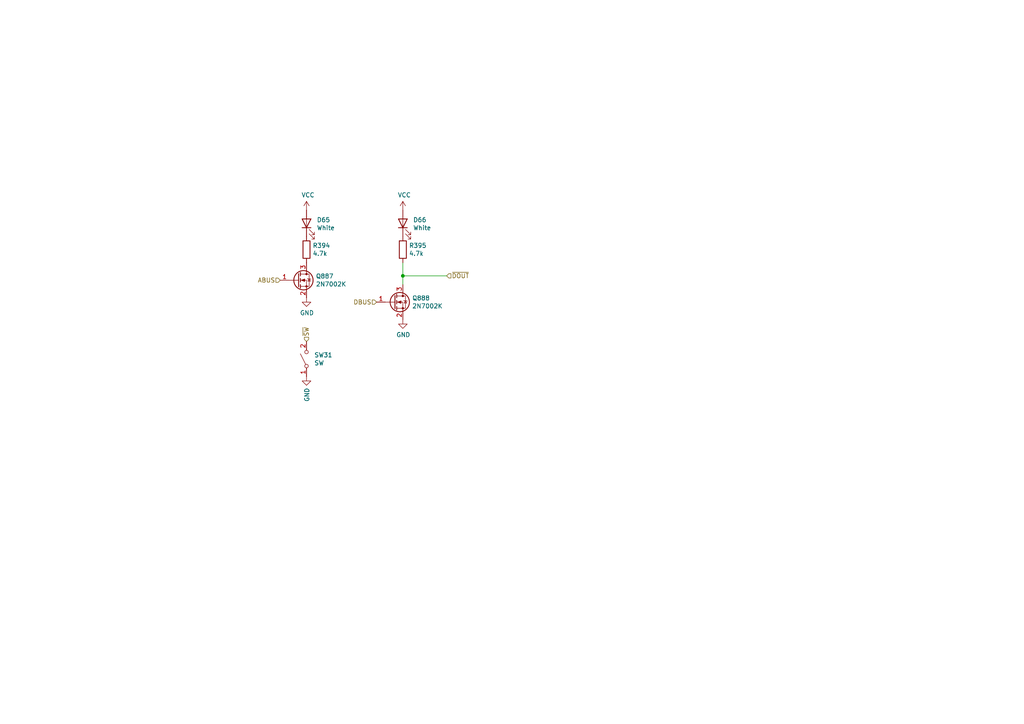
<source format=kicad_sch>
(kicad_sch (version 20210126) (generator eeschema)
  (paper "A4")
  (title_block (title "Front Panel Bit") (date "2021-02-05") (rev "1") (company "joewing.net"))
  (lib_symbols
    (symbol "Device:LED" (pin_numbers hide) (pin_names (offset 1.016) hide)
      (property "Reference" "D" (at 0 2.54 0))
      (property "Value" "LED" (at 0 -2.54 0))
      (symbol "LED_0_1"
        (polyline (pts (xy -1.27 -1.27) (xy -1.27 1.27)) (stroke (width 0.254)))
        (polyline (pts (xy -1.27 0) (xy 1.27 0)))
        (polyline (pts (xy 1.27 -1.27) (xy 1.27 1.27) (xy -1.27 0) (xy 1.27 -1.27)) (stroke (width 0.254)))
        (polyline (pts (xy -3.048 -0.762) (xy -4.572 -2.286) (xy -3.81 -2.286) (xy -4.572 -2.286) (xy -4.572 -1.524)))
        (polyline (pts (xy -1.778 -0.762) (xy -3.302 -2.286) (xy -2.54 -2.286) (xy -3.302 -2.286) (xy -3.302 -1.524)))
      )
      (symbol "LED_1_1"
        (pin passive line (at -3.81 0 0) (length 2.54) (name "K") (number "1"))
        (pin passive line (at 3.81 0 180) (length 2.54) (name "A") (number "2"))
      )
    )
    (symbol "Device:R" (pin_numbers hide) (pin_names (offset 0))
      (property "Reference" "R" (at 2.032 0 90))
      (property "Value" "R" (at 0 0 90))
      (symbol "R_0_1"
        (rectangle (start -1.016 -2.54) (end 1.016 2.54) (stroke (width 0.254)))
      )
      (symbol "R_1_1"
        (pin passive line (at 0 3.81 270) (length 1.27) (name "~") (number "1"))
        (pin passive line (at 0 -3.81 90) (length 1.27) (name "~") (number "2"))
      )
    )
    (symbol "Switch:SW_SPST" (pin_names (offset 0) hide)
      (property "Reference" "SW" (at 0 3.175 0))
      (property "Value" "SW_SPST" (at 0 -2.54 0))
      (symbol "SW_SPST_0_0"
        (circle (center -2.032 0) (radius 0.508))
        (circle (center 2.032 0) (radius 0.508))
        (polyline (pts (xy -1.524 0.254) (xy 1.524 1.778)))
      )
      (symbol "SW_SPST_1_1"
        (pin passive line (at -5.08 0 0) (length 2.54) (name "A") (number "1"))
        (pin passive line (at 5.08 0 180) (length 2.54) (name "B") (number "2"))
      )
    )
    (symbol "Transistor_FET:2N7002" (pin_names hide)
      (property "Reference" "Q" (at 5.08 1.905 0))
      (property "Value" "2N7002" (at 5.08 0 0))
      (symbol "2N7002_0_1"
        (circle (center 1.651 0) (radius 2.794) (stroke (width 0.254)))
        (circle (center 2.54 -1.778) (radius 0.254) (fill (type outline)))
        (circle (center 2.54 1.778) (radius 0.254) (fill (type outline)))
        (polyline (pts (xy 0.254 0) (xy -2.54 0)))
        (polyline (pts (xy 0.254 1.905) (xy 0.254 -1.905)) (stroke (width 0.254)))
        (polyline (pts (xy 0.762 -1.27) (xy 0.762 -2.286)) (stroke (width 0.254)))
        (polyline (pts (xy 0.762 0.508) (xy 0.762 -0.508)) (stroke (width 0.254)))
        (polyline (pts (xy 0.762 2.286) (xy 0.762 1.27)) (stroke (width 0.254)))
        (polyline (pts (xy 2.54 2.54) (xy 2.54 1.778)))
        (polyline (pts (xy 2.54 -2.54) (xy 2.54 0) (xy 0.762 0)))
        (polyline (pts (xy 0.762 -1.778) (xy 3.302 -1.778) (xy 3.302 1.778) (xy 0.762 1.778)))
        (polyline (pts (xy 1.016 0) (xy 2.032 0.381) (xy 2.032 -0.381) (xy 1.016 0)) (fill (type outline)))
        (polyline (pts (xy 2.794 0.508) (xy 2.921 0.381) (xy 3.683 0.381) (xy 3.81 0.254)))
        (polyline (pts (xy 3.302 0.381) (xy 2.921 -0.254) (xy 3.683 -0.254) (xy 3.302 0.381)))
      )
      (symbol "2N7002_1_1"
        (pin input line (at -5.08 0 0) (length 2.54) (name "G") (number "1"))
        (pin passive line (at 2.54 -5.08 90) (length 2.54) (name "S") (number "2"))
        (pin passive line (at 2.54 5.08 270) (length 2.54) (name "D") (number "3"))
      )
    )
    (symbol "power:GND" (power) (pin_names (offset 0))
      (property "Value" "GND" (at 0 -3.81 0))
      (symbol "GND_0_1"
        (polyline (pts (xy 0 0) (xy 0 -1.27) (xy 1.27 -1.27) (xy 0 -2.54) (xy -1.27 -1.27) (xy 0 -1.27)))
      )
      (symbol "GND_1_1"
        (pin power_in line (at 0 0 270) (length 0) hide (name "GND") (number "1"))
      )
    )
    (symbol "power:VCC" (power) (pin_names (offset 0))
      (property "Value" "VCC" (at 0 3.81 0))
      (symbol "VCC_0_1"
        (polyline (pts (xy -0.762 1.27) (xy 0 2.54)))
        (polyline (pts (xy 0 0) (xy 0 2.54)))
        (polyline (pts (xy 0 2.54) (xy 0.762 1.27)))
      )
      (symbol "VCC_1_1"
        (pin power_in line (at 0 0 90) (length 0) hide (name "VCC") (number "1"))
      )
    )
  )
  (junction (at 116.84 80.01) (diameter 0.9144))
  (wire (pts (xy 116.84 76.2) (xy 116.84 80.01)))
  (wire (pts (xy 116.84 80.01) (xy 116.84 82.55)))
  (wire (pts (xy 116.84 80.01) (xy 129.54 80.01)))
  (hierarchical_label "ABUS" (shape input) (at 81.28 81.28 180))
  (hierarchical_label "~SW" (shape input) (at 88.9 99.06 90))
  (hierarchical_label "DBUS" (shape input) (at 109.22 87.63 180))
  (hierarchical_label "~DOUT" (shape input) (at 129.54 80.01 0))
  (symbol (lib_id "power:VCC") (at 88.9 60.96 0)
    (property "Reference" "#PWR0813" (effects hide))
    (property "Value" "VCC" (at 89.3318 56.5658 0))
  )
  (symbol (lib_id "power:VCC") (at 116.84 60.96 0)
    (property "Reference" "#PWR0814" (effects hide))
    (property "Value" "VCC" (at 117.2718 56.5658 0))
  )
  (symbol (lib_id "power:GND") (at 88.9 86.36 0)
    (property "Reference" "#PWR0815" (effects hide))
    (property "Value" "GND" (at 89.027 90.7542 0))
  )
  (symbol (lib_id "power:GND") (at 88.9 109.22 0)
    (property "Reference" "#PWR0817" (effects hide))
    (property "Value" "GND" (at 89.027 112.4712 90) (effects (justify right)))
  )
  (symbol (lib_id "power:GND") (at 116.84 92.71 0)
    (property "Reference" "#PWR0816" (effects hide))
    (property "Value" "GND" (at 116.967 97.1042 0))
  )
  (symbol (lib_id "Device:R") (at 88.9 72.39 0)
    (property "Reference" "R394" (at 90.678 71.2216 0) (effects (justify left)))
    (property "Value" "4.7k" (at 90.678 73.533 0) (effects (justify left)))
    (property "Footprint" "Resistor_SMD:R_0805_2012Metric" (effects hide))
    (property "LCSC" "C17673" (effects hide))
  )
  (symbol (lib_id "Device:R") (at 116.84 72.39 0)
    (property "Reference" "R395" (at 118.618 71.2216 0) (effects (justify left)))
    (property "Value" "4.7k" (at 118.618 73.533 0) (effects (justify left)))
    (property "Footprint" "Resistor_SMD:R_0805_2012Metric" (effects hide))
    (property "LCSC" "C17673" (effects hide))
  )
  (symbol (lib_id "Device:LED") (at 88.9 64.77 90)
    (property "Reference" "D65" (at 91.8718 63.7794 90) (effects (justify right)))
    (property "Value" "White" (at 91.8718 66.0908 90) (effects (justify right)))
    (property "Footprint" "LED_SMD:LED_0805_2012Metric" (effects hide))
    (property "LCSC" "C34499" (effects hide))
  )
  (symbol (lib_id "Device:LED") (at 116.84 64.77 90)
    (property "Reference" "D66" (at 119.8118 63.7794 90) (effects (justify right)))
    (property "Value" "White" (at 119.8118 66.0908 90) (effects (justify right)))
    (property "Footprint" "LED_SMD:LED_0805_2012Metric" (effects hide))
    (property "LCSC" "C34499" (effects hide))
  )
  (symbol (lib_id "Switch:SW_SPST") (at 88.9 104.14 90)
    (property "Reference" "SW31" (at 91.1352 102.9716 90) (effects (justify right)))
    (property "Value" "SW" (at 91.1352 105.283 90) (effects (justify right)))
    (property "Footprint" "Connector_PinHeader_2.54mm:PinHeader_1x03_P2.54mm_Vertical" (effects hide))
  )
  (symbol (lib_id "Transistor_FET:2N7002") (at 86.36 81.28 0)
    (property "Reference" "Q887" (at 91.5924 80.1116 0) (effects (justify left)))
    (property "Value" "2N7002K" (at 91.5924 82.423 0) (effects (justify left)))
    (property "Footprint" "Package_TO_SOT_SMD:SOT-23" (effects hide))
    (property "Datasheet" "https://datasheet.lcsc.com/szlcsc/Guangdong-Hottech-2N7002K_C181083.pdf" (effects hide))
    (property "LCSC" "C181083" (effects hide))
  )
  (symbol (lib_id "Transistor_FET:2N7002") (at 114.3 87.63 0)
    (property "Reference" "Q888" (at 119.5324 86.4616 0) (effects (justify left)))
    (property "Value" "2N7002K" (at 119.532 88.773 0) (effects (justify left)))
    (property "Footprint" "Package_TO_SOT_SMD:SOT-23" (effects hide))
    (property "Datasheet" "https://datasheet.lcsc.com/szlcsc/Guangdong-Hottech-2N7002K_C181083.pdf" (effects hide))
    (property "LCSC" "C181083" (effects hide))
  )
)
</source>
